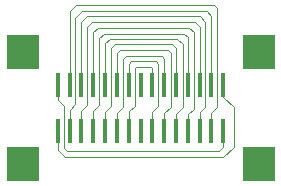
<source format=gbr>
G04 #@! TF.FileFunction,Copper,L1,Top,Signal*
%FSLAX46Y46*%
G04 Gerber Fmt 4.6, Leading zero omitted, Abs format (unit mm)*
G04 Created by KiCad (PCBNEW 4.0.7) date 08/18/18 16:14:56*
%MOMM*%
%LPD*%
G01*
G04 APERTURE LIST*
%ADD10C,0.100000*%
%ADD11R,0.400000X2.000000*%
%ADD12R,2.680000X3.000000*%
G04 APERTURE END LIST*
D10*
D11*
X141336000Y-100054000D03*
X142336000Y-100054000D03*
X143336000Y-100054000D03*
X144336000Y-100054000D03*
X145336000Y-100054000D03*
X146336000Y-100054000D03*
X147336000Y-100054000D03*
X148336000Y-100054000D03*
X149336000Y-100054000D03*
X150336000Y-100054000D03*
X151336000Y-100054000D03*
X152336000Y-100054000D03*
X153336000Y-100054000D03*
X154336000Y-100054000D03*
X155336000Y-100054000D03*
D12*
X138346000Y-102854000D03*
X158326000Y-102854000D03*
D11*
X155336000Y-96161000D03*
X154336000Y-96161000D03*
X153336000Y-96161000D03*
X152336000Y-96161000D03*
X151336000Y-96161000D03*
X150336000Y-96161000D03*
X149336000Y-96161000D03*
X148336000Y-96161000D03*
X147336000Y-96161000D03*
X146336000Y-96161000D03*
X145336000Y-96161000D03*
X144336000Y-96161000D03*
X143336000Y-96161000D03*
X142336000Y-96161000D03*
X141336000Y-96161000D03*
D12*
X158326000Y-93361000D03*
X138346000Y-93361000D03*
D10*
X141336000Y-100054000D02*
X141336000Y-101686600D01*
X155336000Y-97195400D02*
X155336000Y-96161000D01*
X156210000Y-98069400D02*
X155336000Y-97195400D01*
X156210000Y-101396800D02*
X156210000Y-98069400D01*
X155346400Y-102260400D02*
X156210000Y-101396800D01*
X141909800Y-102260400D02*
X155346400Y-102260400D01*
X141336000Y-101686600D02*
X141909800Y-102260400D01*
X142824200Y-97790000D02*
X142824200Y-97815400D01*
X142824200Y-97815400D02*
X142336000Y-98303600D01*
X142336000Y-98303600D02*
X142336000Y-100054000D01*
X154336000Y-93757000D02*
X154336000Y-90328000D01*
X154336000Y-96161000D02*
X154336000Y-93757000D01*
X142824200Y-90474800D02*
X142824200Y-97790000D01*
X143383000Y-89916000D02*
X142824200Y-90474800D01*
X153924000Y-89916000D02*
X143383000Y-89916000D01*
X154336000Y-90328000D02*
X153924000Y-89916000D01*
X144246600Y-90830400D02*
X143840200Y-91236800D01*
X153336000Y-96161000D02*
X153336000Y-94535000D01*
X144246600Y-90830400D02*
X152933400Y-90830400D01*
X153336000Y-91233000D02*
X152933400Y-90830400D01*
X153336000Y-94535000D02*
X153336000Y-91233000D01*
X143336000Y-98370400D02*
X143336000Y-100054000D01*
X143840200Y-97866200D02*
X143336000Y-98370400D01*
X143840200Y-91236800D02*
X143840200Y-97866200D01*
X144336000Y-100054000D02*
X144336000Y-98411800D01*
X144856200Y-92176600D02*
X145211800Y-91821000D01*
X144856200Y-97891600D02*
X144856200Y-92176600D01*
X144336000Y-98411800D02*
X144856200Y-97891600D01*
X152336000Y-92138000D02*
X152019000Y-91821000D01*
X152019000Y-91821000D02*
X145542000Y-91821000D01*
X152336000Y-92138000D02*
X152336000Y-96161000D01*
X145211800Y-91821000D02*
X145542000Y-91821000D01*
X145821400Y-97987600D02*
X145821400Y-93065600D01*
X151336000Y-96161000D02*
X151336000Y-93043000D01*
X151003000Y-92710000D02*
X151336000Y-93043000D01*
X146177000Y-92710000D02*
X151003000Y-92710000D01*
X145336000Y-98473000D02*
X145821400Y-97987600D01*
X145336000Y-98473000D02*
X145336000Y-100054000D01*
X145821400Y-93065600D02*
X146177000Y-92710000D01*
X146812000Y-94107000D02*
X146812000Y-93980000D01*
X146336000Y-100054000D02*
X146336000Y-98520000D01*
X146812000Y-98044000D02*
X146336000Y-98520000D01*
X146812000Y-94107000D02*
X146812000Y-98044000D01*
X146812000Y-93980000D02*
X147066000Y-93726000D01*
X150336000Y-93948000D02*
X150114000Y-93726000D01*
X150114000Y-93726000D02*
X147193000Y-93726000D01*
X150336000Y-93948000D02*
X150336000Y-96161000D01*
X147066000Y-93726000D02*
X147193000Y-93726000D01*
X147828000Y-94869000D02*
X147828000Y-94742000D01*
X147336000Y-100054000D02*
X147336000Y-98409000D01*
X147828000Y-97917000D02*
X147336000Y-98409000D01*
X147828000Y-94869000D02*
X147828000Y-97917000D01*
X149225000Y-94615000D02*
X148082000Y-94615000D01*
X149336000Y-94726000D02*
X149225000Y-94615000D01*
X149336000Y-94726000D02*
X149336000Y-96161000D01*
X147955000Y-94615000D02*
X148082000Y-94615000D01*
X147828000Y-94742000D02*
X147955000Y-94615000D01*
X147336000Y-96161000D02*
X147336000Y-94370400D01*
X149336000Y-98491800D02*
X149336000Y-100054000D01*
X149834600Y-97993200D02*
X149336000Y-98491800D01*
X149834600Y-94386400D02*
X149834600Y-97993200D01*
X149631400Y-94183200D02*
X149834600Y-94386400D01*
X147523200Y-94183200D02*
X149631400Y-94183200D01*
X147336000Y-94370400D02*
X147523200Y-94183200D01*
X150876000Y-93726000D02*
X150876000Y-93472000D01*
X146336000Y-93440000D02*
X146558000Y-93218000D01*
X146558000Y-93218000D02*
X150368000Y-93218000D01*
X150876000Y-93726000D02*
X150876000Y-98044000D01*
X150876000Y-98044000D02*
X150336000Y-98584000D01*
X150336000Y-100054000D02*
X150336000Y-98584000D01*
X146336000Y-93440000D02*
X146336000Y-96161000D01*
X150622000Y-93218000D02*
X150368000Y-93218000D01*
X150876000Y-93472000D02*
X150622000Y-93218000D01*
X145336000Y-92837000D02*
X145336000Y-92631000D01*
X151336000Y-98600000D02*
X151336000Y-100054000D01*
X151892000Y-98044000D02*
X151336000Y-98600000D01*
X151892000Y-92710000D02*
X151892000Y-98044000D01*
X151434800Y-92252800D02*
X151892000Y-92710000D01*
X145714200Y-92252800D02*
X151434800Y-92252800D01*
X145336000Y-92631000D02*
X145714200Y-92252800D01*
X145336000Y-96161000D02*
X145336000Y-92837000D01*
X145336000Y-92837000D02*
X145336000Y-92789000D01*
X144336000Y-96161000D02*
X144336000Y-91731600D01*
X152831800Y-98171000D02*
X152336000Y-98666800D01*
X152831800Y-91719400D02*
X152831800Y-98171000D01*
X152450800Y-91338400D02*
X152831800Y-91719400D01*
X144729200Y-91338400D02*
X152450800Y-91338400D01*
X144336000Y-91731600D02*
X144729200Y-91338400D01*
X152336000Y-100054000D02*
X152336000Y-98666800D01*
X152336000Y-98666800D02*
X152336000Y-98616000D01*
X143336000Y-93900000D02*
X143336000Y-90852000D01*
X143336000Y-96161000D02*
X143336000Y-93900000D01*
X153336000Y-98505000D02*
X153336000Y-100054000D01*
X153797000Y-98044000D02*
X153336000Y-98505000D01*
X153797000Y-90805000D02*
X153797000Y-98044000D01*
X153365200Y-90373200D02*
X153797000Y-90805000D01*
X143814800Y-90373200D02*
X153365200Y-90373200D01*
X143336000Y-90852000D02*
X143814800Y-90373200D01*
X154813000Y-93472000D02*
X154813000Y-89662000D01*
X142336000Y-93218000D02*
X142336000Y-89947000D01*
X154813000Y-98044000D02*
X154336000Y-98521000D01*
X154336000Y-98521000D02*
X154336000Y-100054000D01*
X142875000Y-89408000D02*
X154559000Y-89408000D01*
X154813000Y-93472000D02*
X154813000Y-98044000D01*
X142336000Y-89947000D02*
X142875000Y-89408000D01*
X154813000Y-89662000D02*
X154559000Y-89408000D01*
X142336000Y-96161000D02*
X142336000Y-93218000D01*
X142336000Y-93218000D02*
X142336000Y-93249000D01*
X141336000Y-96161000D02*
X141336000Y-97470200D01*
X155336000Y-101458000D02*
X155336000Y-100054000D01*
X154990800Y-101803200D02*
X155336000Y-101458000D01*
X142087600Y-101803200D02*
X154990800Y-101803200D01*
X141833600Y-101549200D02*
X142087600Y-101803200D01*
X141833600Y-97967800D02*
X141833600Y-101549200D01*
X141336000Y-97470200D02*
X141833600Y-97967800D01*
M02*

</source>
